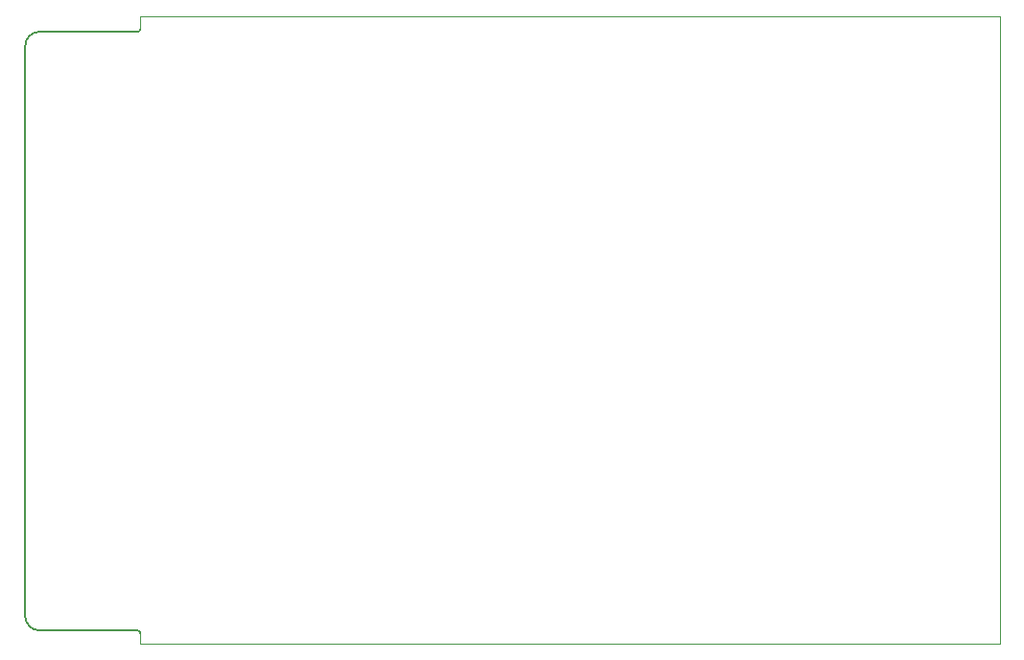
<source format=gbr>
%TF.GenerationSoftware,KiCad,Pcbnew,8.0.4*%
%TF.CreationDate,2024-08-25T21:49:16-05:00*%
%TF.ProjectId,CoCo-FujiNet-Rev0000,436f436f-2d46-4756-9a69-4e65742d5265,Rev 0000*%
%TF.SameCoordinates,Original*%
%TF.FileFunction,Profile,NP*%
%FSLAX46Y46*%
G04 Gerber Fmt 4.6, Leading zero omitted, Abs format (unit mm)*
G04 Created by KiCad (PCBNEW 8.0.4) date 2024-08-25 21:49:16*
%MOMM*%
%LPD*%
G01*
G04 APERTURE LIST*
%TA.AperFunction,Profile*%
%ADD10C,0.100000*%
%TD*%
%TA.AperFunction,Profile*%
%ADD11C,0.127000*%
%TD*%
G04 APERTURE END LIST*
D10*
X108184000Y-117542500D02*
X108184000Y-116619750D01*
X184003000Y-62170500D02*
X108184000Y-62170500D01*
X184003000Y-117542500D02*
X184003000Y-62170500D01*
X108184000Y-62170500D02*
X108184000Y-63279750D01*
X184003000Y-117542500D02*
X108184000Y-117542500D01*
D11*
%TO.C,P1*%
X98024000Y-64803750D02*
X98024000Y-115095750D01*
X99294000Y-116365750D02*
X107930000Y-116365750D01*
X107930000Y-63533750D02*
X99294000Y-63533750D01*
X98024000Y-64803750D02*
G75*
G02*
X99294000Y-63533750I1270000J0D01*
G01*
X99294000Y-116365750D02*
G75*
G02*
X98024000Y-115095750I0J1270000D01*
G01*
X107930000Y-116365750D02*
G75*
G02*
X108184000Y-116619750I0J-254000D01*
G01*
X108184000Y-63279750D02*
G75*
G02*
X107930000Y-63533750I-254000J0D01*
G01*
%TD*%
M02*

</source>
